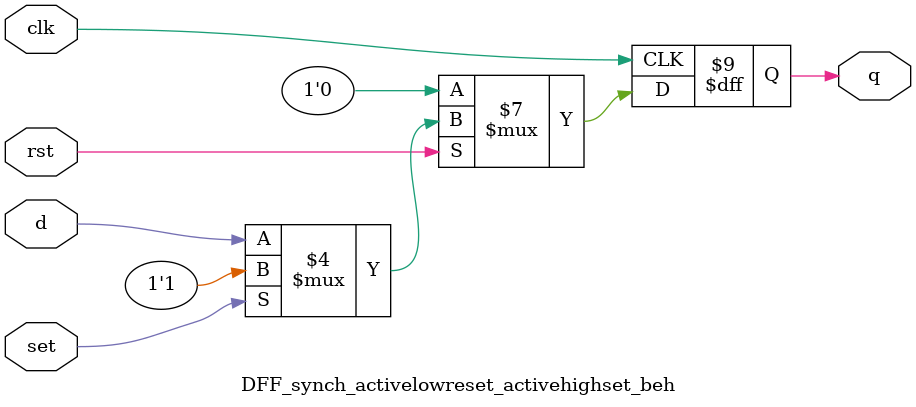
<source format=v>
`timescale 1ns / 1ps


module DFF_synch_activelowreset_activehighset_beh(
    input d,clk,set,rst,
    output reg q
    );
    always@(posedge clk)
   if(!rst)
   q<=1'b0;
   else if(set)
   q<=1'b1;
   else
   q<=d; 
endmodule

</source>
